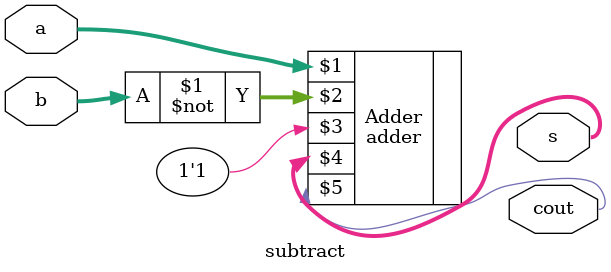
<source format=sv>
module subtract #(parameter N=4)
					(input logic[N-1:0] a, b,
					output logic[N-1:0] s,
					output logic cout);
	adder #(N) Adder(a, ~b, 1'b1, s, cout);
endmodule
</source>
